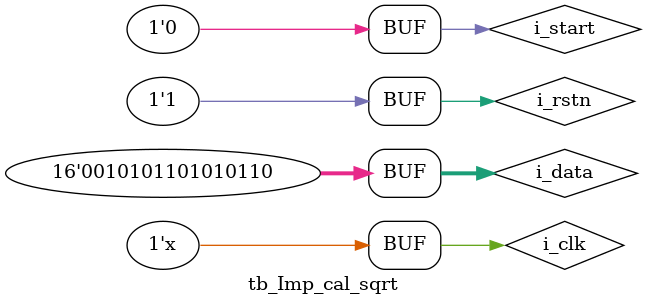
<source format=v>
module tb_Imp_cal_sqrt();
    reg          i_clk;
    reg          i_rstn;
    reg          i_start;
    reg  [15:0]  i_data;

    wire         o_done;
    wire [7:0]   o_sqrt;


always #5 i_clk = ~i_clk;

 Imp_cal_sqrt u_cal_sqrt (
    .i_clk(i_clk),
    .i_rstn(i_rstn),
    .i_start(i_start),
    .i_data(i_data),
    .o_done(o_done),
    .o_sqrt(o_sqrt)
);

initial 
begin
    i_clk = 1'd0;   i_rstn = 1'd0;  i_start = 1'd0;
    #1 i_rstn = 1'd1;   #1 i_rstn = 1'd0;   #2 i_rstn = 1'd1;

    #5  i_start = 1'd1; 
        i_data = 16'd4000;    
    #10 i_start = 1'd0;
    
    #35 i_start = 1'd1;
        i_data = 16'd1000;
    #10 i_start = 1'd0;
    
    #35 i_start = 1'd1;
        i_data = 16'd40000;
    #10 i_start = 1'd0;

    #35 i_start = 1'd1;      
        i_data = 16'd100;   
    #10 i_start = 1'd0;
    
    #35 i_start = 1'd1;
        i_data = 16'd4;
    #10 i_start = 1'd0;

    #35 i_start = 1'd1;
        i_data = 16'd5326;  
    #10 i_start = 1'd0;
    
    #35 i_start = 1'd1;    
        i_data = 16'd11094;
    #10 i_start = 1'd0;
end

endmodule
</source>
